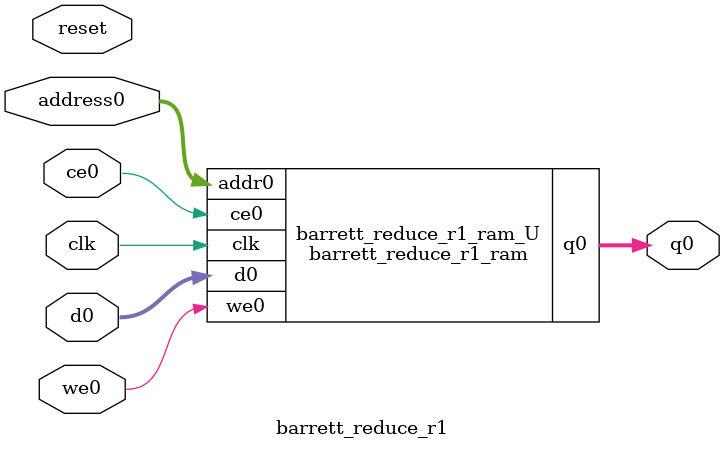
<source format=v>

`timescale 1 ns / 1 ps
module barrett_reduce_r1_ram (addr0, ce0, d0, we0, q0,  clk);

parameter DWIDTH = 32;
parameter AWIDTH = 6;
parameter MEM_SIZE = 33;

input[AWIDTH-1:0] addr0;
input ce0;
input[DWIDTH-1:0] d0;
input we0;
output reg[DWIDTH-1:0] q0;
input clk;

(* ram_style = "block" *)reg [DWIDTH-1:0] ram[0:MEM_SIZE-1];




always @(posedge clk)  
begin 
    if (ce0) 
    begin
        if (we0) 
        begin 
            ram[addr0] <= d0; 
            q0 <= d0;
        end 
        else 
            q0 <= ram[addr0];
    end
end


endmodule


`timescale 1 ns / 1 ps
module barrett_reduce_r1(
    reset,
    clk,
    address0,
    ce0,
    we0,
    d0,
    q0);

parameter DataWidth = 32'd32;
parameter AddressRange = 32'd33;
parameter AddressWidth = 32'd6;
input reset;
input clk;
input[AddressWidth - 1:0] address0;
input ce0;
input we0;
input[DataWidth - 1:0] d0;
output[DataWidth - 1:0] q0;



barrett_reduce_r1_ram barrett_reduce_r1_ram_U(
    .clk( clk ),
    .addr0( address0 ),
    .ce0( ce0 ),
    .d0( d0 ),
    .we0( we0 ),
    .q0( q0 ));

endmodule


</source>
